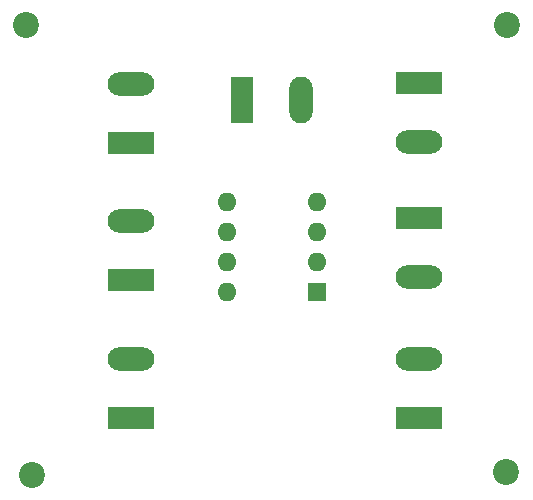
<source format=gbr>
%TF.GenerationSoftware,KiCad,Pcbnew,6.0.10-86aedd382b~118~ubuntu22.10.1*%
%TF.CreationDate,2023-02-01T22:33:22-08:00*%
%TF.ProjectId,lightBoard,6c696768-7442-46f6-9172-642e6b696361,rev?*%
%TF.SameCoordinates,Original*%
%TF.FileFunction,Soldermask,Top*%
%TF.FilePolarity,Negative*%
%FSLAX46Y46*%
G04 Gerber Fmt 4.6, Leading zero omitted, Abs format (unit mm)*
G04 Created by KiCad (PCBNEW 6.0.10-86aedd382b~118~ubuntu22.10.1) date 2023-02-01 22:33:22*
%MOMM*%
%LPD*%
G01*
G04 APERTURE LIST*
%ADD10C,2.200000*%
%ADD11R,1.600000X1.600000*%
%ADD12O,1.600000X1.600000*%
%ADD13O,3.960000X1.980000*%
%ADD14R,3.960000X1.980000*%
%ADD15R,1.980000X3.960000*%
%ADD16O,1.980000X3.960000*%
G04 APERTURE END LIST*
D10*
%TO.C,REF\u002A\u002A*%
X150368000Y-73660000D03*
%TD*%
%TO.C,REF\u002A\u002A*%
X110236000Y-73914000D03*
%TD*%
%TO.C,REF\u002A\u002A*%
X109728000Y-35814000D03*
%TD*%
%TO.C,REF\u002A\u002A*%
X150498739Y-35814000D03*
%TD*%
D11*
%TO.C,U1*%
X134356000Y-58410000D03*
D12*
X134356000Y-55870000D03*
X134356000Y-53330000D03*
X134356000Y-50790000D03*
X126736000Y-50790000D03*
X126736000Y-53330000D03*
X126736000Y-55870000D03*
X126736000Y-58410000D03*
%TD*%
D13*
%TO.C,J7*%
X118618000Y-40771000D03*
D14*
X118618000Y-45771000D03*
%TD*%
D13*
%TO.C,J6*%
X118618000Y-64059000D03*
D14*
X118618000Y-69059000D03*
%TD*%
D13*
%TO.C,J5*%
X118618000Y-52375000D03*
D14*
X118618000Y-57375000D03*
%TD*%
D15*
%TO.C,J4*%
X128016000Y-42164000D03*
D16*
X133016000Y-42164000D03*
%TD*%
D14*
%TO.C,J3*%
X143002000Y-69088000D03*
D13*
X143002000Y-64088000D03*
%TD*%
%TO.C,J2*%
X143002000Y-45698000D03*
D14*
X143002000Y-40698000D03*
%TD*%
D13*
%TO.C,J1*%
X143002000Y-57128000D03*
D14*
X143002000Y-52128000D03*
%TD*%
M02*

</source>
